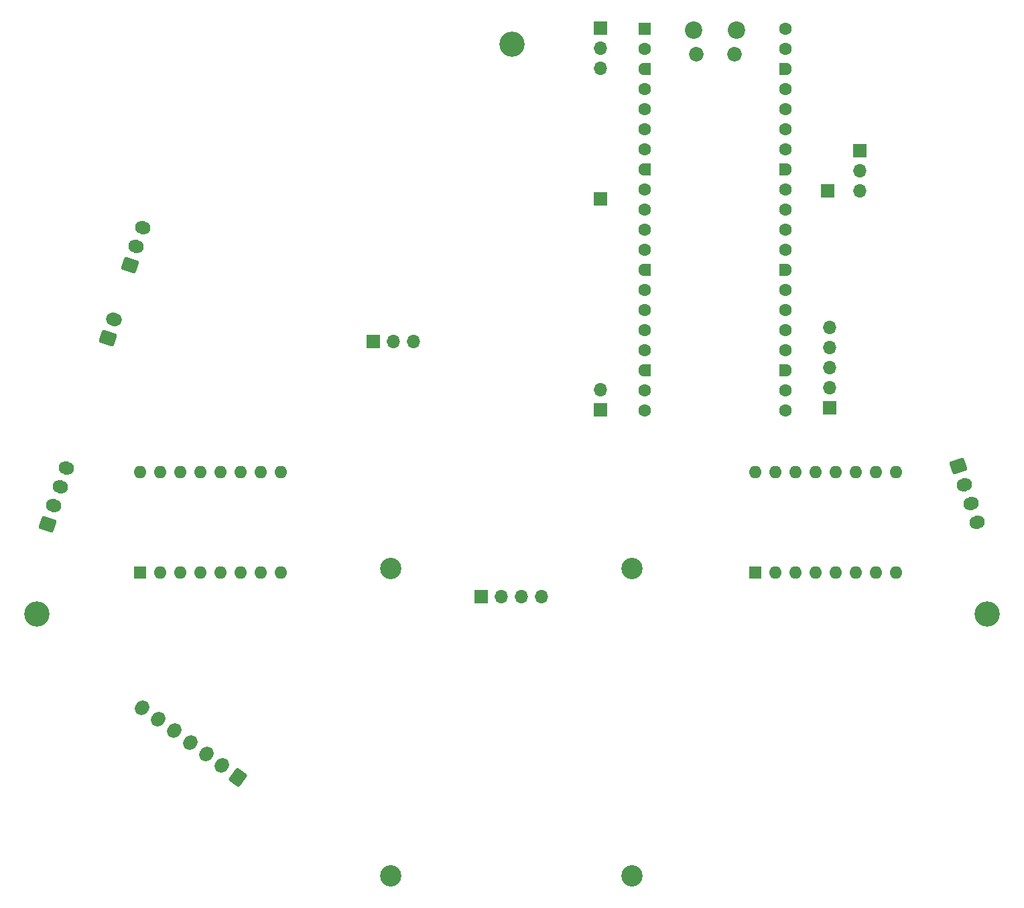
<source format=gbs>
G04 #@! TF.GenerationSoftware,KiCad,Pcbnew,7.0.10-7.0.10~ubuntu23.10.1*
G04 #@! TF.CreationDate,2024-01-06T16:48:24+01:00*
G04 #@! TF.ProjectId,valiant-turtle-2,76616c69-616e-4742-9d74-7572746c652d,rev?*
G04 #@! TF.SameCoordinates,Original*
G04 #@! TF.FileFunction,Soldermask,Bot*
G04 #@! TF.FilePolarity,Negative*
%FSLAX46Y46*%
G04 Gerber Fmt 4.6, Leading zero omitted, Abs format (unit mm)*
G04 Created by KiCad (PCBNEW 7.0.10-7.0.10~ubuntu23.10.1) date 2024-01-06 16:48:24*
%MOMM*%
%LPD*%
G01*
G04 APERTURE LIST*
G04 Aperture macros list*
%AMRoundRect*
0 Rectangle with rounded corners*
0 $1 Rounding radius*
0 $2 $3 $4 $5 $6 $7 $8 $9 X,Y pos of 4 corners*
0 Add a 4 corners polygon primitive as box body*
4,1,4,$2,$3,$4,$5,$6,$7,$8,$9,$2,$3,0*
0 Add four circle primitives for the rounded corners*
1,1,$1+$1,$2,$3*
1,1,$1+$1,$4,$5*
1,1,$1+$1,$6,$7*
1,1,$1+$1,$8,$9*
0 Add four rect primitives between the rounded corners*
20,1,$1+$1,$2,$3,$4,$5,0*
20,1,$1+$1,$4,$5,$6,$7,0*
20,1,$1+$1,$6,$7,$8,$9,0*
20,1,$1+$1,$8,$9,$2,$3,0*%
%AMHorizOval*
0 Thick line with rounded ends*
0 $1 width*
0 $2 $3 position (X,Y) of the first rounded end (center of the circle)*
0 $4 $5 position (X,Y) of the second rounded end (center of the circle)*
0 Add line between two ends*
20,1,$1,$2,$3,$4,$5,0*
0 Add two circle primitives to create the rounded ends*
1,1,$1,$2,$3*
1,1,$1,$4,$5*%
%AMFreePoly0*
4,1,28,0.605014,0.794986,0.644504,0.794986,0.724698,0.756366,0.780194,0.686777,0.800000,0.600000,0.800000,-0.600000,0.780194,-0.686777,0.724698,-0.756366,0.644504,-0.794986,0.605014,-0.794986,0.600000,-0.800000,0.000000,-0.800000,-0.178017,-0.779942,-0.347107,-0.720775,-0.498792,-0.625465,-0.625465,-0.498792,-0.720775,-0.347107,-0.779942,-0.178017,-0.800000,0.000000,-0.779942,0.178017,
-0.720775,0.347107,-0.625465,0.498792,-0.498792,0.625465,-0.347107,0.720775,-0.178017,0.779942,0.000000,0.800000,0.600000,0.800000,0.605014,0.794986,0.605014,0.794986,$1*%
%AMFreePoly1*
4,1,28,0.178017,0.779942,0.347107,0.720775,0.498792,0.625465,0.625465,0.498792,0.720775,0.347107,0.779942,0.178017,0.800000,0.000000,0.779942,-0.178017,0.720775,-0.347107,0.625465,-0.498792,0.498792,-0.625465,0.347107,-0.720775,0.178017,-0.779942,0.000000,-0.800000,-0.600000,-0.800000,-0.605014,-0.794986,-0.644504,-0.794986,-0.724698,-0.756366,-0.780194,-0.686777,-0.800000,-0.600000,
-0.800000,0.600000,-0.780194,0.686777,-0.724698,0.756366,-0.644504,0.794986,-0.605014,0.794986,-0.600000,0.800000,0.000000,0.800000,0.178017,0.779942,0.178017,0.779942,$1*%
G04 Aperture macros list end*
%ADD10RoundRect,0.250000X0.527882X-0.802397X0.898703X0.338871X-0.527882X0.802397X-0.898703X-0.338871X0*%
%ADD11HorizOval,1.700000X-0.142658X0.046353X0.142658X-0.046353X0*%
%ADD12R,1.700000X1.700000*%
%ADD13O,1.700000X1.700000*%
%ADD14C,2.700000*%
%ADD15R,1.600000X1.600000*%
%ADD16O,1.600000X1.600000*%
%ADD17C,3.200000*%
%ADD18RoundRect,0.250000X0.911555X0.233866X-0.059266X0.939208X-0.911555X-0.233866X0.059266X-0.939208X0*%
%ADD19HorizOval,1.700000X0.073473X0.101127X-0.073473X-0.101127X0*%
%ADD20RoundRect,0.250000X0.504106X-0.794671X0.874926X0.346597X-0.504106X0.794671X-0.874926X-0.346597X0*%
%ADD21HorizOval,1.700000X-0.118882X0.038627X0.118882X-0.038627X0*%
%ADD22RoundRect,0.250000X-0.874926X0.346597X-0.504106X-0.794671X0.874926X-0.346597X0.504106X0.794671X0*%
%ADD23HorizOval,1.700000X-0.118882X-0.038627X0.118882X0.038627X0*%
%ADD24C,2.200000*%
%ADD25C,1.850000*%
%ADD26RoundRect,0.200000X-0.600000X-0.600000X0.600000X-0.600000X0.600000X0.600000X-0.600000X0.600000X0*%
%ADD27C,1.600000*%
%ADD28FreePoly0,0.000000*%
%ADD29FreePoly1,0.000000*%
G04 APERTURE END LIST*
D10*
X44947458Y-85435641D03*
D11*
X45720000Y-83058000D03*
D12*
X139954000Y-61722000D03*
D13*
X139954000Y-64262000D03*
X139954000Y-66802000D03*
D14*
X111125000Y-153416000D03*
D15*
X126746000Y-115062000D03*
D16*
X129286000Y-115062000D03*
X131826000Y-115062000D03*
X134366000Y-115062000D03*
X136906000Y-115062000D03*
X139446000Y-115062000D03*
X141986000Y-115062000D03*
X144526000Y-115062000D03*
X144526000Y-102362000D03*
X141986000Y-102362000D03*
X139446000Y-102362000D03*
X136906000Y-102362000D03*
X134366000Y-102362000D03*
X131826000Y-102362000D03*
X129286000Y-102362000D03*
X126746000Y-102362000D03*
D17*
X95981600Y-48312000D03*
D12*
X135890000Y-66802000D03*
X78486000Y-85852000D03*
D13*
X81026000Y-85852000D03*
X83566000Y-85852000D03*
D18*
X61385040Y-140977123D03*
D19*
X59362498Y-139507660D03*
X57339955Y-138038197D03*
X55317413Y-136568734D03*
X53294870Y-135099270D03*
X51272328Y-133629807D03*
X49249785Y-132160344D03*
D12*
X92075000Y-118110000D03*
D13*
X94615000Y-118110000D03*
X97155000Y-118110000D03*
X99695000Y-118110000D03*
D20*
X47752000Y-76200000D03*
D21*
X48524542Y-73822359D03*
X49297085Y-71444717D03*
D22*
X152400000Y-101600000D03*
D23*
X153172542Y-103977641D03*
X153945085Y-106355283D03*
X154717627Y-108732924D03*
D12*
X136144000Y-94234000D03*
D13*
X136144000Y-91694000D03*
X136144000Y-89154000D03*
X136144000Y-86614000D03*
X136144000Y-84074000D03*
D24*
X118941000Y-46485000D03*
D25*
X119241000Y-49515000D03*
X124091000Y-49515000D03*
D24*
X124391000Y-46485000D03*
D26*
X112776000Y-46355000D03*
D27*
X112776000Y-48895000D03*
D28*
X112776000Y-51435000D03*
D27*
X112776000Y-53975000D03*
X112776000Y-56515000D03*
X112776000Y-59055000D03*
X112776000Y-61595000D03*
D28*
X112776000Y-64135000D03*
D27*
X112776000Y-66675000D03*
X112776000Y-69215000D03*
X112776000Y-71755000D03*
X112776000Y-74295000D03*
D28*
X112776000Y-76835000D03*
D27*
X112776000Y-79375000D03*
X112776000Y-81915000D03*
X112776000Y-84455000D03*
X112776000Y-86995000D03*
D28*
X112776000Y-89535000D03*
D27*
X112776000Y-92075000D03*
X112776000Y-94615000D03*
X130556000Y-94615000D03*
X130556000Y-92075000D03*
D29*
X130556000Y-89535000D03*
D27*
X130556000Y-86995000D03*
X130556000Y-84455000D03*
X130556000Y-81915000D03*
X130556000Y-79375000D03*
D29*
X130556000Y-76835000D03*
D27*
X130556000Y-74295000D03*
X130556000Y-71755000D03*
X130556000Y-69215000D03*
X130556000Y-66675000D03*
D29*
X130556000Y-64135000D03*
D27*
X130556000Y-61595000D03*
X130556000Y-59055000D03*
X130556000Y-56515000D03*
X130556000Y-53975000D03*
D29*
X130556000Y-51435000D03*
D27*
X130556000Y-48895000D03*
X130556000Y-46355000D03*
D14*
X80645000Y-153416000D03*
D12*
X107188000Y-46228000D03*
D13*
X107188000Y-48768000D03*
X107188000Y-51308000D03*
D14*
X111125000Y-114554000D03*
D12*
X107188000Y-67818000D03*
D17*
X35981600Y-120312000D03*
D15*
X49022000Y-115062000D03*
D16*
X51562000Y-115062000D03*
X54102000Y-115062000D03*
X56642000Y-115062000D03*
X59182000Y-115062000D03*
X61722000Y-115062000D03*
X64262000Y-115062000D03*
X66802000Y-115062000D03*
X66802000Y-102362000D03*
X64262000Y-102362000D03*
X61722000Y-102362000D03*
X59182000Y-102362000D03*
X56642000Y-102362000D03*
X54102000Y-102362000D03*
X51562000Y-102362000D03*
X49022000Y-102362000D03*
D14*
X80645000Y-114554000D03*
D20*
X37338000Y-108966000D03*
D21*
X38110542Y-106588359D03*
X38883085Y-104210717D03*
X39655627Y-101833076D03*
D12*
X107188000Y-94488000D03*
D13*
X107188000Y-91948000D03*
D17*
X155981600Y-120312000D03*
M02*

</source>
